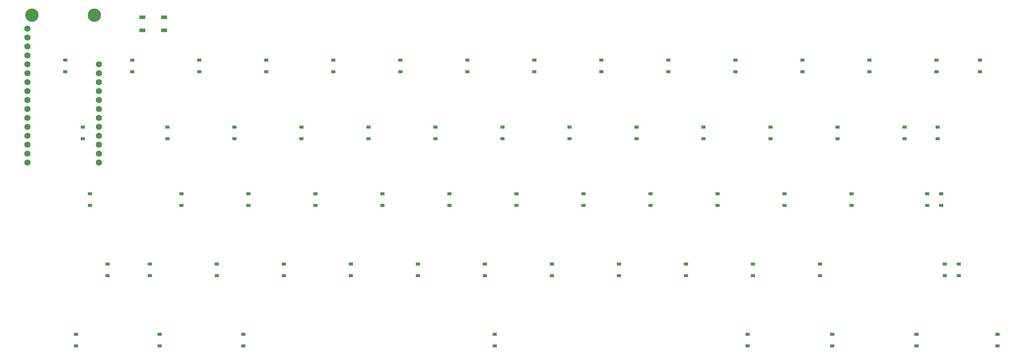
<source format=gbr>
%TF.GenerationSoftware,KiCad,Pcbnew,(5.1.6)-1*%
%TF.CreationDate,2020-11-16T00:09:50-08:00*%
%TF.ProjectId,Wireless-Keyboard,57697265-6c65-4737-932d-4b6579626f61,rev?*%
%TF.SameCoordinates,Original*%
%TF.FileFunction,Paste,Bot*%
%TF.FilePolarity,Positive*%
%FSLAX46Y46*%
G04 Gerber Fmt 4.6, Leading zero omitted, Abs format (unit mm)*
G04 Created by KiCad (PCBNEW (5.1.6)-1) date 2020-11-16 00:09:50*
%MOMM*%
%LPD*%
G01*
G04 APERTURE LIST*
%ADD10R,1.800000X1.100000*%
%ADD11C,3.810000*%
%ADD12C,1.778000*%
%ADD13R,1.200000X0.900000*%
G04 APERTURE END LIST*
D10*
%TO.C,SW1*%
X81100000Y-105850000D03*
X74900000Y-102150000D03*
X81100000Y-102150000D03*
X74900000Y-105850000D03*
%TD*%
D11*
%TO.C,MS1*%
X43540000Y-101540000D03*
X61320000Y-101540000D03*
D12*
X62590000Y-115510000D03*
X62590000Y-118050000D03*
X62590000Y-120590000D03*
X62590000Y-123130000D03*
X62590000Y-125670000D03*
X62590000Y-128210000D03*
X62590000Y-130750000D03*
X62590000Y-133290000D03*
X62590000Y-135830000D03*
X62590000Y-138370000D03*
X62590000Y-140910000D03*
X62590000Y-143450000D03*
X42270000Y-143450000D03*
X42270000Y-140910000D03*
X42270000Y-138370000D03*
X42270000Y-135830000D03*
X42270000Y-133290000D03*
X42270000Y-130750000D03*
X42270000Y-128210000D03*
X42270000Y-125670000D03*
X42270000Y-123130000D03*
X42270000Y-120590000D03*
X42270000Y-118050000D03*
X42270000Y-115510000D03*
X42270000Y-112970000D03*
X42270000Y-110430000D03*
X42270000Y-107890000D03*
X42270000Y-105350000D03*
%TD*%
D13*
%TO.C,D65*%
X318000000Y-192350000D03*
X318000000Y-195650000D03*
%TD*%
%TO.C,D64*%
X295000000Y-192350000D03*
X295000000Y-195650000D03*
%TD*%
%TO.C,D63*%
X271000000Y-192350000D03*
X271000000Y-195650000D03*
%TD*%
%TO.C,D62*%
X247000000Y-192350000D03*
X247000000Y-195650000D03*
%TD*%
%TO.C,D61*%
X175062500Y-192350000D03*
X175062500Y-195650000D03*
%TD*%
%TO.C,D60*%
X103625000Y-192350000D03*
X103625000Y-195650000D03*
%TD*%
%TO.C,D59*%
X79812500Y-192350000D03*
X79812500Y-195650000D03*
%TD*%
%TO.C,D58*%
X56000000Y-192350000D03*
X56000000Y-195650000D03*
%TD*%
%TO.C,D57*%
X307000000Y-172350000D03*
X307000000Y-175650000D03*
%TD*%
%TO.C,D56*%
X303000000Y-172350000D03*
X303000000Y-175650000D03*
%TD*%
%TO.C,D55*%
X267500000Y-172350000D03*
X267500000Y-175650000D03*
%TD*%
%TO.C,D54*%
X248450000Y-172350000D03*
X248450000Y-175650000D03*
%TD*%
%TO.C,D53*%
X229400000Y-172350000D03*
X229400000Y-175650000D03*
%TD*%
%TO.C,D52*%
X210350000Y-172350000D03*
X210350000Y-175650000D03*
%TD*%
%TO.C,D51*%
X191300000Y-172350000D03*
X191300000Y-175650000D03*
%TD*%
%TO.C,D50*%
X172250000Y-172350000D03*
X172250000Y-175650000D03*
%TD*%
%TO.C,D49*%
X153200000Y-172350000D03*
X153200000Y-175650000D03*
%TD*%
%TO.C,D48*%
X134150000Y-172350000D03*
X134150000Y-175650000D03*
%TD*%
%TO.C,D47*%
X115100000Y-172350000D03*
X115100000Y-175650000D03*
%TD*%
%TO.C,D46*%
X96050000Y-172350000D03*
X96050000Y-175650000D03*
%TD*%
%TO.C,D45*%
X77000000Y-172350000D03*
X77000000Y-175650000D03*
%TD*%
%TO.C,D44*%
X65000000Y-172350000D03*
X65000000Y-175650000D03*
%TD*%
%TO.C,D43*%
X302000000Y-152350000D03*
X302000000Y-155650000D03*
%TD*%
%TO.C,D42*%
X298000000Y-152350000D03*
X298000000Y-155650000D03*
%TD*%
%TO.C,D41*%
X276500000Y-152350000D03*
X276500000Y-155650000D03*
%TD*%
%TO.C,D40*%
X257450000Y-152350000D03*
X257450000Y-155650000D03*
%TD*%
%TO.C,D39*%
X238400000Y-152350000D03*
X238400000Y-155650000D03*
%TD*%
%TO.C,D38*%
X219350000Y-152350000D03*
X219350000Y-155650000D03*
%TD*%
%TO.C,D37*%
X200300000Y-152350000D03*
X200300000Y-155650000D03*
%TD*%
%TO.C,D36*%
X181250000Y-152350000D03*
X181250000Y-155650000D03*
%TD*%
%TO.C,D35*%
X162200000Y-152350000D03*
X162200000Y-155650000D03*
%TD*%
%TO.C,D34*%
X143150000Y-152350000D03*
X143150000Y-155650000D03*
%TD*%
%TO.C,D33*%
X124100000Y-152350000D03*
X124100000Y-155650000D03*
%TD*%
%TO.C,D32*%
X105050000Y-152350000D03*
X105050000Y-155650000D03*
%TD*%
%TO.C,D31*%
X86000000Y-152350000D03*
X86000000Y-155650000D03*
%TD*%
%TO.C,D30*%
X60000000Y-152350000D03*
X60000000Y-155650000D03*
%TD*%
%TO.C,D29*%
X301000000Y-133400000D03*
X301000000Y-136700000D03*
%TD*%
%TO.C,D28*%
X291550000Y-133400000D03*
X291550000Y-136700000D03*
%TD*%
%TO.C,D27*%
X272500000Y-133400000D03*
X272500000Y-136700000D03*
%TD*%
%TO.C,D26*%
X253450000Y-133400000D03*
X253450000Y-136700000D03*
%TD*%
%TO.C,D25*%
X234400000Y-133400000D03*
X234400000Y-136700000D03*
%TD*%
%TO.C,D24*%
X215350000Y-133400000D03*
X215350000Y-136700000D03*
%TD*%
%TO.C,D23*%
X196300000Y-133400000D03*
X196300000Y-136700000D03*
%TD*%
%TO.C,D22*%
X177250000Y-133400000D03*
X177250000Y-136700000D03*
%TD*%
%TO.C,D21*%
X158200000Y-133400000D03*
X158200000Y-136700000D03*
%TD*%
%TO.C,D20*%
X139150000Y-133400000D03*
X139150000Y-136700000D03*
%TD*%
%TO.C,D19*%
X120100000Y-133400000D03*
X120100000Y-136700000D03*
%TD*%
%TO.C,D18*%
X101050000Y-133400000D03*
X101050000Y-136700000D03*
%TD*%
%TO.C,D17*%
X82000000Y-133400000D03*
X82000000Y-136700000D03*
%TD*%
%TO.C,D16*%
X58000000Y-133400000D03*
X58000000Y-136700000D03*
%TD*%
%TO.C,D15*%
X313000000Y-114350000D03*
X313000000Y-117650000D03*
%TD*%
%TO.C,D14*%
X300650000Y-114350000D03*
X300650000Y-117650000D03*
%TD*%
%TO.C,D13*%
X281600000Y-114350000D03*
X281600000Y-117650000D03*
%TD*%
%TO.C,D12*%
X262550000Y-114350000D03*
X262550000Y-117650000D03*
%TD*%
%TO.C,D11*%
X243500000Y-114350000D03*
X243500000Y-117650000D03*
%TD*%
%TO.C,D10*%
X224450000Y-114350000D03*
X224450000Y-117650000D03*
%TD*%
%TO.C,D9*%
X205400000Y-114350000D03*
X205400000Y-117650000D03*
%TD*%
%TO.C,D8*%
X186350000Y-114350000D03*
X186350000Y-117650000D03*
%TD*%
%TO.C,D7*%
X167300000Y-114350000D03*
X167300000Y-117650000D03*
%TD*%
%TO.C,D6*%
X148250000Y-114350000D03*
X148250000Y-117650000D03*
%TD*%
%TO.C,D5*%
X129200000Y-114350000D03*
X129200000Y-117650000D03*
%TD*%
%TO.C,D4*%
X110150000Y-114350000D03*
X110150000Y-117650000D03*
%TD*%
%TO.C,D3*%
X91100000Y-114350000D03*
X91100000Y-117650000D03*
%TD*%
%TO.C,D2*%
X72050000Y-114350000D03*
X72050000Y-117650000D03*
%TD*%
%TO.C,D1*%
X53000000Y-114350000D03*
X53000000Y-117650000D03*
%TD*%
M02*

</source>
